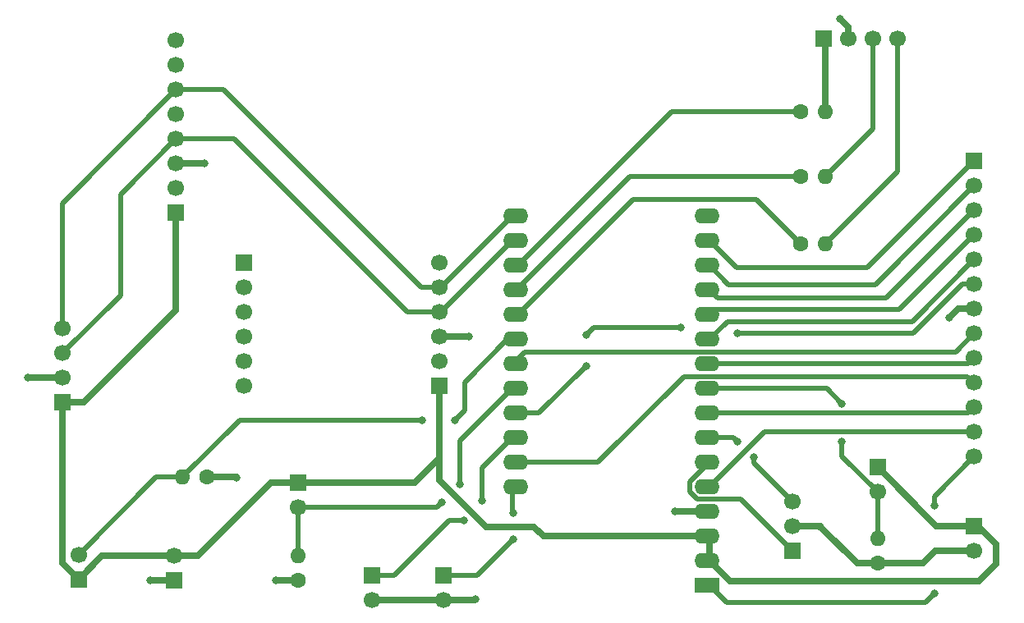
<source format=gbr>
%TF.GenerationSoftware,KiCad,Pcbnew,9.0.1*%
%TF.CreationDate,2025-04-11T18:30:47-04:00*%
%TF.ProjectId,ground_station,67726f75-6e64-45f7-9374-6174696f6e2e,rev?*%
%TF.SameCoordinates,Original*%
%TF.FileFunction,Copper,L1,Top*%
%TF.FilePolarity,Positive*%
%FSLAX46Y46*%
G04 Gerber Fmt 4.6, Leading zero omitted, Abs format (unit mm)*
G04 Created by KiCad (PCBNEW 9.0.1) date 2025-04-11 18:30:47*
%MOMM*%
%LPD*%
G01*
G04 APERTURE LIST*
G04 Aperture macros list*
%AMRoundRect*
0 Rectangle with rounded corners*
0 $1 Rounding radius*
0 $2 $3 $4 $5 $6 $7 $8 $9 X,Y pos of 4 corners*
0 Add a 4 corners polygon primitive as box body*
4,1,4,$2,$3,$4,$5,$6,$7,$8,$9,$2,$3,0*
0 Add four circle primitives for the rounded corners*
1,1,$1+$1,$2,$3*
1,1,$1+$1,$4,$5*
1,1,$1+$1,$6,$7*
1,1,$1+$1,$8,$9*
0 Add four rect primitives between the rounded corners*
20,1,$1+$1,$2,$3,$4,$5,0*
20,1,$1+$1,$4,$5,$6,$7,0*
20,1,$1+$1,$6,$7,$8,$9,0*
20,1,$1+$1,$8,$9,$2,$3,0*%
G04 Aperture macros list end*
%TA.AperFunction,ComponentPad*%
%ADD10RoundRect,0.250000X1.050000X0.550000X-1.050000X0.550000X-1.050000X-0.550000X1.050000X-0.550000X0*%
%TD*%
%TA.AperFunction,ComponentPad*%
%ADD11O,2.600000X1.600000*%
%TD*%
%TA.AperFunction,ComponentPad*%
%ADD12C,1.600000*%
%TD*%
%TA.AperFunction,ComponentPad*%
%ADD13O,1.600000X1.600000*%
%TD*%
%TA.AperFunction,ComponentPad*%
%ADD14R,1.700000X1.700000*%
%TD*%
%TA.AperFunction,ComponentPad*%
%ADD15C,1.700000*%
%TD*%
%TA.AperFunction,ViaPad*%
%ADD16C,0.800000*%
%TD*%
%TA.AperFunction,Conductor*%
%ADD17C,0.700000*%
%TD*%
%TA.AperFunction,Conductor*%
%ADD18C,0.500000*%
%TD*%
G04 APERTURE END LIST*
D10*
%TO.P,A1,1,~{RESET}*%
%TO.N,/RESET*%
X168752500Y-117050000D03*
D11*
%TO.P,A1,2,3V3*%
%TO.N,+3.3V*%
X168752500Y-114510000D03*
%TO.P,A1,3,AREF*%
X168752500Y-111970000D03*
%TO.P,A1,4,GND*%
%TO.N,GND*%
X168752500Y-109430000D03*
%TO.P,A1,5,A0*%
%TO.N,/A0*%
X168752500Y-106890000D03*
%TO.P,A1,6,A1*%
%TO.N,/A1*%
X168752500Y-104350000D03*
%TO.P,A1,7,A2*%
%TO.N,/A2*%
X168752500Y-101810000D03*
%TO.P,A1,8,A3*%
%TO.N,/A3*%
X168752500Y-99270000D03*
%TO.P,A1,9,A4*%
%TO.N,/D24*%
X168752500Y-96730000D03*
%TO.P,A1,10,A5*%
%TO.N,/D25*%
X168752500Y-94190000D03*
%TO.P,A1,11,SCK*%
%TO.N,/SCK*%
X168752500Y-91650000D03*
%TO.P,A1,12,MOSI*%
%TO.N,/MOSI*%
X168752500Y-89110000D03*
%TO.P,A1,13,MISO*%
%TO.N,/MISO*%
X168752500Y-86570000D03*
%TO.P,A1,14,RX*%
%TO.N,/RX*%
X168752500Y-84030000D03*
%TO.P,A1,15,TX*%
%TO.N,/TX*%
X168752500Y-81490000D03*
%TO.P,A1,16,SPARE*%
%TO.N,unconnected-(A1-SPARE-Pad16)*%
X168752500Y-78950000D03*
%TO.P,A1,17,SDA*%
%TO.N,/SDA*%
X149032500Y-78950000D03*
%TO.P,A1,18,SCL*%
%TO.N,/SCL*%
X149032500Y-81490000D03*
%TO.P,A1,19,D0*%
%TO.N,/D5*%
X149032500Y-84030000D03*
%TO.P,A1,20,D1*%
%TO.N,/D6*%
X149032500Y-86570000D03*
%TO.P,A1,21,D2*%
%TO.N,/D9*%
X149032500Y-89110000D03*
%TO.P,A1,22,D3*%
%TO.N,/D10*%
X149032500Y-91650000D03*
%TO.P,A1,23,D4*%
%TO.N,/D11*%
X149032500Y-94190000D03*
%TO.P,A1,24,D5*%
%TO.N,/D12*%
X149032500Y-96730000D03*
%TO.P,A1,25,D6*%
%TO.N,/D13*%
X149032500Y-99270000D03*
%TO.P,A1,26,USB*%
%TO.N,/USB 5V*%
X149032500Y-101810000D03*
%TO.P,A1,27,EN*%
%TO.N,/EN*%
X149032500Y-104350000D03*
%TO.P,A1,28,VBAT*%
%TO.N,/BAT*%
X149032500Y-106890000D03*
%TD*%
D12*
%TO.P,R3,1*%
%TO.N,/D6*%
X178430000Y-74900000D03*
D13*
%TO.P,R3,2*%
%TO.N,/GRN_IN*%
X180970000Y-74900000D03*
%TD*%
D14*
%TO.P,J14,1,Pin_1*%
%TO.N,/RED_IN*%
X180820000Y-60675000D03*
D15*
%TO.P,J14,2,Pin_2*%
%TO.N,GND*%
X183360000Y-60675000D03*
%TO.P,J14,3,Pin_3*%
%TO.N,/GRN_IN*%
X185900000Y-60675000D03*
%TO.P,J14,4,Pin_4*%
%TO.N,/BL_IN*%
X188440000Y-60675000D03*
%TD*%
D14*
%TO.P,J4,1,Pin_1*%
%TO.N,unconnected-(J4-Pin_1-Pad1)*%
X121000000Y-83720000D03*
D15*
%TO.P,J4,2,Pin_2*%
%TO.N,unconnected-(J4-Pin_2-Pad2)*%
X121000000Y-86260000D03*
%TO.P,J4,3,Pin_3*%
%TO.N,unconnected-(J4-Pin_3-Pad3)*%
X121000000Y-88800000D03*
%TO.P,J4,4,Pin_4*%
%TO.N,unconnected-(J4-Pin_4-Pad4)*%
X121000000Y-91340000D03*
%TO.P,J4,5,Pin_5*%
%TO.N,unconnected-(J4-Pin_5-Pad5)*%
X121000000Y-93880000D03*
%TO.P,J4,6,Pin_6*%
%TO.N,unconnected-(J4-Pin_6-Pad6)*%
X121000000Y-96420000D03*
%TD*%
D14*
%TO.P,J10,1,Pin_1*%
%TO.N,/TX*%
X196300000Y-73260000D03*
D15*
%TO.P,J10,2,Pin_2*%
%TO.N,/RX*%
X196300000Y-75800000D03*
%TO.P,J10,3,Pin_3*%
%TO.N,/MISO*%
X196300000Y-78340000D03*
%TO.P,J10,4,Pin_4*%
%TO.N,/MOSI*%
X196300000Y-80880000D03*
%TO.P,J10,5,Pin_5*%
%TO.N,/SCK*%
X196300000Y-83420000D03*
%TO.P,J10,6,Pin_6*%
%TO.N,/D13*%
X196300000Y-85960000D03*
%TO.P,J10,7,Pin_7*%
%TO.N,GND*%
X196300000Y-88500000D03*
%TO.P,J10,8,Pin_8*%
%TO.N,/D11*%
X196300000Y-91040000D03*
%TO.P,J10,9,Pin_9*%
%TO.N,/D25*%
X196300000Y-93580000D03*
%TO.P,J10,10,Pin_10*%
%TO.N,/EN*%
X196300000Y-96120000D03*
%TO.P,J10,11,Pin_11*%
%TO.N,/A3*%
X196300000Y-98660000D03*
%TO.P,J10,12,Pin_12*%
%TO.N,/A0*%
X196300000Y-101200000D03*
%TO.P,J10,13,Pin_13*%
%TO.N,/RESET*%
X196300000Y-103740000D03*
%TD*%
D14*
%TO.P,J3,1,Pin_1*%
%TO.N,+3.3V*%
X114000000Y-78620000D03*
D15*
%TO.P,J3,2,Pin_2*%
%TO.N,unconnected-(J3-Pin_2-Pad2)*%
X114000000Y-76080000D03*
%TO.P,J3,3,Pin_3*%
%TO.N,GND*%
X114000000Y-73540000D03*
%TO.P,J3,4,Pin_4*%
%TO.N,/SCL*%
X114000000Y-71000000D03*
%TO.P,J3,5,Pin_5*%
%TO.N,unconnected-(J3-Pin_5-Pad5)*%
X114000000Y-68460000D03*
%TO.P,J3,6,Pin_6*%
%TO.N,/SDA*%
X114000000Y-65920000D03*
%TO.P,J3,7,Pin_7*%
%TO.N,unconnected-(J3-Pin_7-Pad7)*%
X114000000Y-63380000D03*
%TO.P,J3,8,Pin_8*%
%TO.N,unconnected-(J3-Pin_8-Pad8)*%
X114000000Y-60840000D03*
%TD*%
D12*
%TO.P,R1,1*%
%TO.N,GND*%
X186400000Y-114740000D03*
D13*
%TO.P,R1,2*%
%TO.N,/D24*%
X186400000Y-112200000D03*
%TD*%
D12*
%TO.P,R5,1*%
%TO.N,GND*%
X126600000Y-116540000D03*
D13*
%TO.P,R5,2*%
%TO.N,/D12*%
X126600000Y-114000000D03*
%TD*%
D14*
%TO.P,J8,1,Pin_1*%
%TO.N,+3.3V*%
X126600000Y-106460000D03*
D15*
%TO.P,J8,2,Pin_2*%
%TO.N,/D12*%
X126600000Y-109000000D03*
%TD*%
D14*
%TO.P,J12,1,Pin_1*%
%TO.N,+3.3V*%
X102300000Y-98180000D03*
D15*
%TO.P,J12,2,Pin_2*%
%TO.N,GND*%
X102300000Y-95640000D03*
%TO.P,J12,3,Pin_3*%
%TO.N,/SCL*%
X102300000Y-93100000D03*
%TO.P,J12,4,Pin_4*%
%TO.N,/SDA*%
X102300000Y-90560000D03*
%TD*%
D14*
%TO.P,J13,1,Pin_1*%
%TO.N,/BAT*%
X141600000Y-116000000D03*
D15*
%TO.P,J13,2,Pin_2*%
%TO.N,GND*%
X141600000Y-118540000D03*
%TD*%
D14*
%TO.P,J5,1,Pin_1*%
%TO.N,+3.3V*%
X141200000Y-96460000D03*
D15*
%TO.P,J5,2,Pin_2*%
%TO.N,unconnected-(J5-Pin_2-Pad2)*%
X141200000Y-93920000D03*
%TO.P,J5,3,Pin_3*%
%TO.N,GND*%
X141200000Y-91380000D03*
%TO.P,J5,4,Pin_4*%
%TO.N,/SCL*%
X141200000Y-88840000D03*
%TO.P,J5,5,Pin_5*%
%TO.N,/SDA*%
X141200000Y-86300000D03*
%TO.P,J5,6,Pin_6*%
%TO.N,unconnected-(J5-Pin_6-Pad6)*%
X141200000Y-83760000D03*
%TD*%
D12*
%TO.P,R6,1*%
%TO.N,GND*%
X117225000Y-105890000D03*
D13*
%TO.P,R6,2*%
%TO.N,/D10*%
X114685000Y-105890000D03*
%TD*%
D12*
%TO.P,R4,1*%
%TO.N,/D9*%
X178430000Y-81800000D03*
D13*
%TO.P,R4,2*%
%TO.N,/BL_IN*%
X180970000Y-81800000D03*
%TD*%
D14*
%TO.P,J1,1,Pin_1*%
%TO.N,+3.3V*%
X186400000Y-104860000D03*
D15*
%TO.P,J1,2,Pin_2*%
%TO.N,/D24*%
X186400000Y-107400000D03*
%TD*%
D14*
%TO.P,J7,1,Pin_1*%
%TO.N,+3.3V*%
X103975000Y-116450000D03*
D15*
%TO.P,J7,2,Pin_2*%
%TO.N,/D10*%
X103975000Y-113910000D03*
%TD*%
D14*
%TO.P,J11,1,Pin_1*%
%TO.N,+3.3V*%
X196300000Y-110900000D03*
D15*
%TO.P,J11,2,Pin_2*%
%TO.N,GND*%
X196300000Y-113440000D03*
%TD*%
D12*
%TO.P,R2,1*%
%TO.N,/D5*%
X178430000Y-68150000D03*
D13*
%TO.P,R2,2*%
%TO.N,/RED_IN*%
X180970000Y-68150000D03*
%TD*%
D14*
%TO.P,J6,1,Pin_1*%
%TO.N,GND*%
X113800000Y-116540000D03*
D15*
%TO.P,J6,2,Pin_2*%
%TO.N,+3.3V*%
X113800000Y-114000000D03*
%TD*%
D14*
%TO.P,J9,1,Pin_1*%
%TO.N,/USB 5V*%
X134200000Y-116000000D03*
D15*
%TO.P,J9,2,Pin_2*%
%TO.N,GND*%
X134200000Y-118540000D03*
%TD*%
D14*
%TO.P,J2,1,Pin_1*%
%TO.N,/A1*%
X177600000Y-113480000D03*
D15*
%TO.P,J2,2,Pin_2*%
%TO.N,GND*%
X177600000Y-110940000D03*
%TO.P,J2,3,Pin_3*%
%TO.N,/A2*%
X177600000Y-108400000D03*
%TD*%
D16*
%TO.N,GND*%
X182500000Y-58600000D03*
X144900000Y-118500000D03*
X144200000Y-91400000D03*
%TO.N,/RESET*%
X192200000Y-108800000D03*
X192200000Y-117900000D03*
%TO.N,GND*%
X165500000Y-109400000D03*
X124300000Y-116500000D03*
X193800000Y-89400000D03*
X180500000Y-111000000D03*
X120300000Y-105900000D03*
X111400000Y-116500000D03*
X98800000Y-95600000D03*
X117000000Y-73500000D03*
%TO.N,/A2*%
X173600000Y-103800000D03*
X171900000Y-102200000D03*
%TO.N,/D24*%
X182700000Y-102200000D03*
X182700000Y-98300000D03*
%TO.N,/D10*%
X139400000Y-100000000D03*
X142800000Y-100000000D03*
%TO.N,/D12*%
X143300000Y-106600000D03*
X141400000Y-108500000D03*
%TO.N,/D13*%
X171900000Y-91000000D03*
X156300000Y-91200000D03*
X166100000Y-90400000D03*
X156300000Y-94400000D03*
%TO.N,/USB 5V*%
X145600000Y-108300000D03*
X143700000Y-110300000D03*
%TO.N,/BAT*%
X148800000Y-109600000D03*
X148800000Y-112300000D03*
%TD*%
D17*
%TO.N,GND*%
X183360000Y-59460000D02*
X182500000Y-58600000D01*
X183360000Y-60675000D02*
X183360000Y-59460000D01*
X144860000Y-118540000D02*
X144900000Y-118500000D01*
X141600000Y-118540000D02*
X144860000Y-118540000D01*
X134200000Y-118540000D02*
X141600000Y-118540000D01*
X144180000Y-91380000D02*
X144200000Y-91400000D01*
X141200000Y-91380000D02*
X144180000Y-91380000D01*
D18*
%TO.N,/RESET*%
X169052500Y-117050000D02*
X170802500Y-118800000D01*
X191300000Y-118800000D02*
X192200000Y-117900000D01*
X192200000Y-107840000D02*
X196300000Y-103740000D01*
X191000000Y-118800000D02*
X191300000Y-118800000D01*
X170802500Y-118800000D02*
X191000000Y-118800000D01*
X192200000Y-108800000D02*
X192200000Y-107840000D01*
D17*
%TO.N,+3.3V*%
X126600000Y-106460000D02*
X138640000Y-106460000D01*
X196300000Y-110900000D02*
X192440000Y-110900000D01*
X169052500Y-111970000D02*
X151903311Y-111970000D01*
X104480000Y-98180000D02*
X102300000Y-98180000D01*
X196800000Y-116600000D02*
X171142500Y-116600000D01*
X169052500Y-114510000D02*
X169052500Y-111970000D01*
X198600000Y-112800000D02*
X198600000Y-114800000D01*
X114000000Y-88660000D02*
X104800000Y-97860000D01*
X116300000Y-114000000D02*
X113800000Y-114000000D01*
X103975000Y-116450000D02*
X102300000Y-114775000D01*
X126600000Y-106460000D02*
X123840000Y-106460000D01*
X150933311Y-111000000D02*
X146000000Y-111000000D01*
X146000000Y-111000000D02*
X141200000Y-106200000D01*
X106425000Y-114000000D02*
X113800000Y-114000000D01*
X151903311Y-111970000D02*
X150933311Y-111000000D01*
X138640000Y-106460000D02*
X141200000Y-103900000D01*
X103975000Y-116450000D02*
X106425000Y-114000000D01*
X104800000Y-97860000D02*
X104480000Y-98180000D01*
X198600000Y-114800000D02*
X196800000Y-116600000D01*
X141200000Y-106200000D02*
X141200000Y-96460000D01*
X123840000Y-106460000D02*
X116300000Y-114000000D01*
X102300000Y-114775000D02*
X102300000Y-98180000D01*
X196700000Y-110900000D02*
X198600000Y-112800000D01*
X171142500Y-116600000D02*
X169052500Y-114510000D01*
X196300000Y-110900000D02*
X196700000Y-110900000D01*
X192440000Y-110900000D02*
X186400000Y-104860000D01*
X114000000Y-78620000D02*
X114000000Y-88660000D01*
%TO.N,GND*%
X186400000Y-114740000D02*
X184240000Y-114740000D01*
X98840000Y-95640000D02*
X98800000Y-95600000D01*
X194700000Y-88500000D02*
X193800000Y-89400000D01*
X117225000Y-105890000D02*
X120290000Y-105890000D01*
X114000000Y-73540000D02*
X116960000Y-73540000D01*
X196300000Y-113440000D02*
X192360000Y-113440000D01*
X169052500Y-109430000D02*
X165530000Y-109430000D01*
X191060000Y-114740000D02*
X186400000Y-114740000D01*
X120290000Y-105890000D02*
X120300000Y-105900000D01*
X111440000Y-116540000D02*
X111400000Y-116500000D01*
X196300000Y-88500000D02*
X194700000Y-88500000D01*
X180440000Y-110940000D02*
X180500000Y-111000000D01*
X113800000Y-116540000D02*
X111440000Y-116540000D01*
X124340000Y-116540000D02*
X124300000Y-116500000D01*
X126600000Y-116540000D02*
X124340000Y-116540000D01*
X177600000Y-110940000D02*
X180440000Y-110940000D01*
X184240000Y-114740000D02*
X180500000Y-111000000D01*
X165530000Y-109430000D02*
X165500000Y-109400000D01*
X116960000Y-73540000D02*
X117000000Y-73500000D01*
X102300000Y-95640000D02*
X98840000Y-95640000D01*
X192360000Y-113440000D02*
X191060000Y-114740000D01*
D18*
%TO.N,/A0*%
X174742500Y-101200000D02*
X196300000Y-101200000D01*
X169052500Y-106890000D02*
X174742500Y-101200000D01*
%TO.N,/A1*%
X169023319Y-104350000D02*
X167001500Y-106371819D01*
X169052500Y-104350000D02*
X169023319Y-104350000D01*
X167001500Y-106371819D02*
X167001500Y-107408181D01*
X167001500Y-107408181D02*
X167733319Y-108140000D01*
X167733319Y-108140000D02*
X172260000Y-108140000D01*
X172260000Y-108140000D02*
X177600000Y-113480000D01*
%TO.N,/A2*%
X169052500Y-101810000D02*
X171510000Y-101810000D01*
X173600000Y-104400000D02*
X177600000Y-108400000D01*
X171510000Y-101810000D02*
X171900000Y-102200000D01*
X173600000Y-103800000D02*
X173600000Y-104400000D01*
%TO.N,/A3*%
X169052500Y-99270000D02*
X195690000Y-99270000D01*
X195690000Y-99270000D02*
X196300000Y-98660000D01*
%TO.N,/D24*%
X182700000Y-102200000D02*
X182700000Y-103700000D01*
X181130000Y-96730000D02*
X182700000Y-98300000D01*
X186400000Y-112200000D02*
X186400000Y-107400000D01*
X169052500Y-96730000D02*
X181130000Y-96730000D01*
X182700000Y-103700000D02*
X186400000Y-107400000D01*
%TO.N,/D25*%
X195690000Y-94190000D02*
X196300000Y-93580000D01*
X169052500Y-94190000D02*
X195690000Y-94190000D01*
%TO.N,/SCK*%
X170892500Y-89810000D02*
X189910000Y-89810000D01*
X169052500Y-91650000D02*
X170892500Y-89810000D01*
X189910000Y-89810000D02*
X196300000Y-83420000D01*
%TO.N,/MOSI*%
X188580000Y-88600000D02*
X196300000Y-80880000D01*
X169052500Y-89110000D02*
X169562500Y-88600000D01*
X169562500Y-88600000D02*
X188580000Y-88600000D01*
%TO.N,/MISO*%
X169052500Y-86570000D02*
X169582500Y-87100000D01*
X169052500Y-86570000D02*
X169882500Y-87400000D01*
X169882500Y-87400000D02*
X187240000Y-87400000D01*
X187240000Y-87400000D02*
X196300000Y-78340000D01*
%TO.N,/RX*%
X169052500Y-84030000D02*
X171022500Y-86000000D01*
X171022500Y-86000000D02*
X186100000Y-86000000D01*
X186100000Y-86000000D02*
X196300000Y-75800000D01*
%TO.N,/TX*%
X169052500Y-81490000D02*
X171862500Y-84300000D01*
X171862500Y-84300000D02*
X185260000Y-84300000D01*
X185260000Y-84300000D02*
X196300000Y-73260000D01*
%TO.N,/SDA*%
X114000000Y-65920000D02*
X102300000Y-77620000D01*
X148732500Y-78950000D02*
X141382500Y-86300000D01*
X141200000Y-86300000D02*
X139300000Y-86300000D01*
X139300000Y-86300000D02*
X118920000Y-65920000D01*
X118920000Y-65920000D02*
X114000000Y-65920000D01*
X102300000Y-77620000D02*
X102300000Y-90560000D01*
X141382500Y-86300000D02*
X141200000Y-86300000D01*
%TO.N,/SCL*%
X114000000Y-71000000D02*
X108300000Y-76700000D01*
X141200000Y-88840000D02*
X137840000Y-88840000D01*
X137840000Y-88840000D02*
X120000000Y-71000000D01*
X141382500Y-88840000D02*
X141200000Y-88840000D01*
X108300000Y-87100000D02*
X102300000Y-93100000D01*
X108300000Y-76700000D02*
X108300000Y-87100000D01*
X120000000Y-71000000D02*
X114000000Y-71000000D01*
X148732500Y-81490000D02*
X141382500Y-88840000D01*
%TO.N,/D5*%
X148732500Y-84030000D02*
X149270000Y-84030000D01*
X149270000Y-84030000D02*
X165150000Y-68150000D01*
X165150000Y-68150000D02*
X178430000Y-68150000D01*
%TO.N,/D6*%
X160800000Y-74900000D02*
X178430000Y-74900000D01*
X149130000Y-86570000D02*
X160800000Y-74900000D01*
X148732500Y-86570000D02*
X149130000Y-86570000D01*
%TO.N,/D9*%
X173830000Y-77200000D02*
X178430000Y-81800000D01*
X161200000Y-77200000D02*
X173830000Y-77200000D01*
X149290000Y-89110000D02*
X161200000Y-77200000D01*
X148732500Y-89110000D02*
X149290000Y-89110000D01*
%TO.N,/D10*%
X143800000Y-99000000D02*
X143800000Y-96100000D01*
X148250000Y-91650000D02*
X148732500Y-91650000D01*
X142800000Y-100000000D02*
X143800000Y-99000000D01*
X111995000Y-105890000D02*
X103975000Y-113910000D01*
X120575000Y-100000000D02*
X139400000Y-100000000D01*
X143800000Y-96100000D02*
X148250000Y-91650000D01*
X114685000Y-105890000D02*
X111995000Y-105890000D01*
X114685000Y-105890000D02*
X120575000Y-100000000D01*
%TO.N,/D11*%
X194400000Y-92940000D02*
X196300000Y-91040000D01*
X148732500Y-94190000D02*
X149982500Y-92940000D01*
X149982500Y-92940000D02*
X194400000Y-92940000D01*
%TO.N,/D12*%
X140900000Y-109000000D02*
X141400000Y-108500000D01*
X126600000Y-109000000D02*
X140900000Y-109000000D01*
X143300000Y-106600000D02*
X143300000Y-102162500D01*
X143300000Y-102162500D02*
X148732500Y-96730000D01*
X126600000Y-114000000D02*
X126600000Y-109000000D01*
%TO.N,/D13*%
X157100000Y-90400000D02*
X166100000Y-90400000D01*
X156300000Y-91200000D02*
X157100000Y-90400000D01*
X171900000Y-91000000D02*
X190057919Y-91000000D01*
X151430000Y-99270000D02*
X156300000Y-94400000D01*
X195097919Y-85960000D02*
X196300000Y-85960000D01*
X190057919Y-91000000D02*
X195097919Y-85960000D01*
X148732500Y-99270000D02*
X151430000Y-99270000D01*
%TO.N,/USB 5V*%
X142200000Y-110300000D02*
X136500000Y-116000000D01*
X145600000Y-104942500D02*
X145600000Y-108300000D01*
X136500000Y-116000000D02*
X134200000Y-116000000D01*
X143700000Y-110300000D02*
X142200000Y-110300000D01*
X148732500Y-101810000D02*
X145600000Y-104942500D01*
%TO.N,/EN*%
X195660000Y-95480000D02*
X196300000Y-96120000D01*
X148732500Y-104350000D02*
X157550000Y-104350000D01*
X157550000Y-104350000D02*
X166420000Y-95480000D01*
X166420000Y-95480000D02*
X195660000Y-95480000D01*
%TO.N,/BAT*%
X148732500Y-109532500D02*
X148800000Y-109600000D01*
X148800000Y-112300000D02*
X145100000Y-116000000D01*
X148732500Y-106890000D02*
X148732500Y-109532500D01*
X145100000Y-116000000D02*
X141600000Y-116000000D01*
%TO.N,/BL_IN*%
X180970000Y-81800000D02*
X188440000Y-74330000D01*
X188440000Y-74330000D02*
X188440000Y-60675000D01*
%TO.N,/GRN_IN*%
X180970000Y-74900000D02*
X185900000Y-69970000D01*
X185900000Y-69970000D02*
X185900000Y-60675000D01*
D17*
%TO.N,/RED_IN*%
X180970000Y-60825000D02*
X180820000Y-60675000D01*
X180970000Y-68150000D02*
X180970000Y-60825000D01*
%TD*%
M02*

</source>
